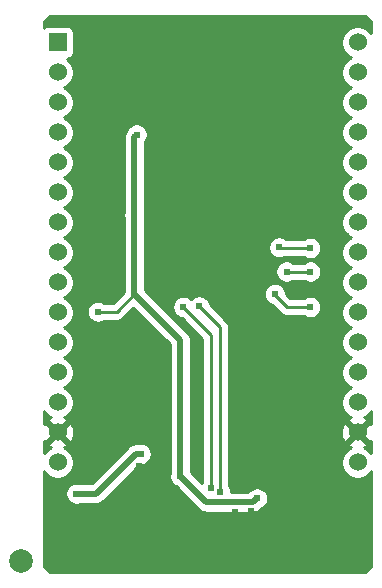
<source format=gbr>
%TF.GenerationSoftware,KiCad,Pcbnew,(5.1.9-0-10_14)*%
%TF.CreationDate,2021-05-04T15:56:22-07:00*%
%TF.ProjectId,fm-streamer,666d2d73-7472-4656-916d-65722e6b6963,rev?*%
%TF.SameCoordinates,Original*%
%TF.FileFunction,Copper,L1,Top*%
%TF.FilePolarity,Positive*%
%FSLAX46Y46*%
G04 Gerber Fmt 4.6, Leading zero omitted, Abs format (unit mm)*
G04 Created by KiCad (PCBNEW (5.1.9-0-10_14)) date 2021-05-04 15:56:22*
%MOMM*%
%LPD*%
G01*
G04 APERTURE LIST*
%TA.AperFunction,ComponentPad*%
%ADD10C,1.524000*%
%TD*%
%TA.AperFunction,ComponentPad*%
%ADD11R,1.524000X1.524000*%
%TD*%
%TA.AperFunction,ComponentPad*%
%ADD12C,2.000000*%
%TD*%
%TA.AperFunction,ViaPad*%
%ADD13C,0.609600*%
%TD*%
%TA.AperFunction,Conductor*%
%ADD14C,0.508000*%
%TD*%
%TA.AperFunction,Conductor*%
%ADD15C,0.254000*%
%TD*%
%TA.AperFunction,Conductor*%
%ADD16C,0.100000*%
%TD*%
G04 APERTURE END LIST*
D10*
%TO.P,U1,30*%
%TO.N,Net-(U1-Pad30)*%
X142400000Y-74500000D03*
%TO.P,U1,29*%
%TO.N,Net-(U1-Pad29)*%
X142400000Y-77040000D03*
%TO.P,U1,28*%
%TO.N,Net-(U1-Pad28)*%
X142400000Y-79580000D03*
%TO.P,U1,27*%
%TO.N,Net-(U1-Pad27)*%
X142400000Y-82120000D03*
%TO.P,U1,26*%
%TO.N,DAC_~RST~*%
X142400000Y-84660000D03*
%TO.P,U1,25*%
%TO.N,Net-(U1-Pad25)*%
X142400000Y-87200000D03*
%TO.P,U1,24*%
%TO.N,/I2S_DATA_R*%
X142400000Y-89740000D03*
%TO.P,U1,23*%
%TO.N,Net-(U1-Pad23)*%
X142400000Y-92280000D03*
%TO.P,U1,22*%
%TO.N,/I2S_WCLK_R*%
X142400000Y-94820000D03*
%TO.P,U1,21*%
%TO.N,/I2S_DCLK_R*%
X142400000Y-97360000D03*
%TO.P,U1,20*%
%TO.N,Net-(U1-Pad20)*%
X142400000Y-99900000D03*
%TO.P,U1,19*%
%TO.N,Net-(U1-Pad19)*%
X142400000Y-102440000D03*
%TO.P,U1,18*%
%TO.N,Net-(U1-Pad18)*%
X142400000Y-104980000D03*
%TO.P,U1,17*%
%TO.N,GND*%
X142400000Y-107520000D03*
%TO.P,U1,16*%
%TO.N,+3V3*%
X142400000Y-110060000D03*
%TO.P,U1,15*%
%TO.N,+5V*%
X117000000Y-110060000D03*
%TO.P,U1,14*%
%TO.N,GND*%
X117000000Y-107520000D03*
%TO.P,U1,13*%
%TO.N,RADIO_~RST~*%
X117000000Y-104980000D03*
%TO.P,U1,12*%
%TO.N,Net-(U1-Pad12)*%
X117000000Y-102440000D03*
%TO.P,U1,11*%
%TO.N,Net-(U1-Pad11)*%
X117000000Y-99900000D03*
%TO.P,U1,10*%
%TO.N,I2C_SCL*%
X117000000Y-97360000D03*
%TO.P,U1,9*%
%TO.N,I2C_SDA*%
X117000000Y-94820000D03*
%TO.P,U1,8*%
%TO.N,/RAD_CLK_R*%
X117000000Y-92280000D03*
%TO.P,U1,7*%
%TO.N,/SPI_MOSI_R*%
X117000000Y-89740000D03*
%TO.P,U1,6*%
%TO.N,/SPI_CLK_R*%
X117000000Y-87200000D03*
%TO.P,U1,5*%
%TO.N,/SPI_CS_R*%
X117000000Y-84660000D03*
%TO.P,U1,4*%
%TO.N,/DAC_CLK_R*%
X117000000Y-82120000D03*
%TO.P,U1,3*%
%TO.N,Net-(U1-Pad3)*%
X117000000Y-79580000D03*
%TO.P,U1,2*%
%TO.N,Net-(U1-Pad2)*%
X117000000Y-77040000D03*
D11*
%TO.P,U1,1*%
%TO.N,Net-(U1-Pad1)*%
X117000000Y-74500000D03*
%TD*%
D12*
%TO.P,TP1,1*%
%TO.N,Net-(L1-Pad1)*%
X113900000Y-118400000D03*
%TD*%
D13*
%TO.N,GND*%
X139350000Y-87900000D03*
X140400000Y-84800000D03*
X136450000Y-95350000D03*
X137350000Y-90900000D03*
X135500000Y-97350000D03*
X131900000Y-107700000D03*
X128700000Y-110100000D03*
X128200000Y-113900000D03*
X119700000Y-114000000D03*
%TO.N,+5V*%
X124050204Y-109332739D03*
X118599990Y-112700000D03*
%TO.N,GND*%
X122350000Y-84600000D03*
X122350000Y-85700000D03*
X134700000Y-84900000D03*
X116300000Y-113800000D03*
X118177500Y-118187500D03*
X118100000Y-91100000D03*
X127650000Y-93000000D03*
X141400000Y-98650000D03*
X141400000Y-96150000D03*
X141400000Y-90900000D03*
X117900000Y-80900000D03*
X117900000Y-83400000D03*
X118150000Y-85900000D03*
X118150000Y-88400000D03*
X139900000Y-78900000D03*
X133200000Y-98700000D03*
X124000000Y-107500000D03*
X127068190Y-97800000D03*
X124200000Y-118900000D03*
X135400000Y-98700000D03*
X124000000Y-98699998D03*
X135400000Y-107500000D03*
X124900000Y-110400000D03*
X123900000Y-110400000D03*
X120800567Y-110411390D03*
X122568190Y-112050000D03*
X122568190Y-108550000D03*
X131999994Y-111781748D03*
X133400000Y-114200010D03*
X133450000Y-111900000D03*
X121681810Y-96150000D03*
X121681810Y-98400000D03*
X118550000Y-106100000D03*
X137018190Y-92950000D03*
X124150000Y-114650000D03*
X119200000Y-116550000D03*
X132030296Y-114215759D03*
X131050000Y-116450000D03*
X132650000Y-110450000D03*
X129600000Y-117450000D03*
X132850000Y-118850000D03*
X135000000Y-116850000D03*
X135000000Y-115000000D03*
X135000000Y-118850000D03*
X140000000Y-118850000D03*
X140000000Y-115000000D03*
X137500000Y-118850000D03*
X137500000Y-115000000D03*
X142500000Y-115000000D03*
X142500000Y-117500000D03*
X142500000Y-112500000D03*
X132500000Y-105000000D03*
X132500000Y-95000000D03*
X132500000Y-90000000D03*
X122500000Y-90000000D03*
X122500000Y-92500000D03*
X120000000Y-72500000D03*
X125000000Y-72500000D03*
X130000000Y-72500000D03*
X135000000Y-72500000D03*
X140000000Y-72500000D03*
X120000000Y-77500000D03*
X125000000Y-77500000D03*
X130000000Y-77500000D03*
X135000000Y-77500000D03*
X140000000Y-77500000D03*
X126100000Y-117700000D03*
X124900000Y-113400000D03*
X128800000Y-105000000D03*
X118177500Y-116600000D03*
X116100000Y-115400000D03*
X116900000Y-119200000D03*
X118598600Y-114792115D03*
X119400000Y-103900000D03*
X119400000Y-100900000D03*
X119800000Y-94000000D03*
X136400000Y-111900000D03*
X137900000Y-110400000D03*
X140500000Y-101800000D03*
X140500000Y-105600000D03*
%TO.N,+3V3*%
X123499998Y-89100000D03*
X123700000Y-82300000D03*
X133881810Y-113104799D03*
X120418190Y-97300000D03*
X127400000Y-111231030D03*
%TO.N,AUDIO_R*%
X128970620Y-96829380D03*
X130751688Y-112570082D03*
%TO.N,AUDIO_L*%
X127650000Y-96900000D03*
X130022155Y-112219035D03*
%TO.N,Net-(R28-Pad1)*%
X138400000Y-96900000D03*
X135400000Y-95800000D03*
%TO.N,Net-(R29-Pad1)*%
X138400000Y-91900000D03*
X135768190Y-91842842D03*
%TO.N,Net-(R30-Pad1)*%
X138400000Y-93900000D03*
X136386380Y-93900000D03*
%TD*%
D14*
%TO.N,+5V*%
X120251891Y-112700000D02*
X118599990Y-112700000D01*
X124050204Y-109332739D02*
X123619152Y-109332739D01*
X123619152Y-109332739D02*
X120251891Y-112700000D01*
%TO.N,+3V3*%
X123499998Y-82500002D02*
X123700000Y-82300000D01*
X123499998Y-89100000D02*
X123499998Y-82500002D01*
X123499998Y-89531052D02*
X123499998Y-89100000D01*
X123499998Y-95799998D02*
X123499998Y-89531052D01*
D15*
X123499998Y-95799998D02*
X121999996Y-97300000D01*
X121999996Y-97300000D02*
X120418190Y-97300000D01*
D14*
X123499998Y-95799998D02*
X127400000Y-99700000D01*
X133881810Y-113104799D02*
X133577011Y-113409598D01*
X127400000Y-99700000D02*
X127400000Y-111231030D01*
X133577011Y-113409598D02*
X129578568Y-113409598D01*
X129578568Y-113409598D02*
X127400000Y-111231030D01*
D15*
%TO.N,AUDIO_R*%
X128970620Y-96829380D02*
X130751688Y-98610448D01*
X130751688Y-98610448D02*
X130751688Y-112570082D01*
%TO.N,AUDIO_L*%
X130022155Y-99272155D02*
X130022155Y-112219035D01*
X127650000Y-96900000D02*
X130022155Y-99272155D01*
%TO.N,Net-(R28-Pad1)*%
X138400000Y-96900000D02*
X136400000Y-96900000D01*
X135400000Y-95900000D02*
X135400000Y-95800000D01*
X136400000Y-96900000D02*
X135400000Y-95900000D01*
%TO.N,Net-(R29-Pad1)*%
X135825348Y-91900000D02*
X135768190Y-91842842D01*
X138400000Y-91900000D02*
X135825348Y-91900000D01*
%TO.N,Net-(R30-Pad1)*%
X138400000Y-93900000D02*
X136386380Y-93900000D01*
%TD*%
%TO.N,GND*%
X142870189Y-72244376D02*
X143033850Y-72294022D01*
X143184672Y-72374638D01*
X143316870Y-72483130D01*
X143425362Y-72615328D01*
X143505978Y-72766150D01*
X143555624Y-72929811D01*
X143573000Y-73106234D01*
X143573000Y-73740986D01*
X143485120Y-73609465D01*
X143290535Y-73414880D01*
X143061727Y-73261995D01*
X142807490Y-73156686D01*
X142537592Y-73103000D01*
X142262408Y-73103000D01*
X141992510Y-73156686D01*
X141738273Y-73261995D01*
X141509465Y-73414880D01*
X141314880Y-73609465D01*
X141161995Y-73838273D01*
X141056686Y-74092510D01*
X141003000Y-74362408D01*
X141003000Y-74637592D01*
X141056686Y-74907490D01*
X141161995Y-75161727D01*
X141314880Y-75390535D01*
X141509465Y-75585120D01*
X141738273Y-75738005D01*
X141815515Y-75770000D01*
X141738273Y-75801995D01*
X141509465Y-75954880D01*
X141314880Y-76149465D01*
X141161995Y-76378273D01*
X141056686Y-76632510D01*
X141003000Y-76902408D01*
X141003000Y-77177592D01*
X141056686Y-77447490D01*
X141161995Y-77701727D01*
X141314880Y-77930535D01*
X141509465Y-78125120D01*
X141738273Y-78278005D01*
X141815515Y-78310000D01*
X141738273Y-78341995D01*
X141509465Y-78494880D01*
X141314880Y-78689465D01*
X141161995Y-78918273D01*
X141056686Y-79172510D01*
X141003000Y-79442408D01*
X141003000Y-79717592D01*
X141056686Y-79987490D01*
X141161995Y-80241727D01*
X141314880Y-80470535D01*
X141509465Y-80665120D01*
X141738273Y-80818005D01*
X141815515Y-80850000D01*
X141738273Y-80881995D01*
X141509465Y-81034880D01*
X141314880Y-81229465D01*
X141161995Y-81458273D01*
X141056686Y-81712510D01*
X141003000Y-81982408D01*
X141003000Y-82257592D01*
X141056686Y-82527490D01*
X141161995Y-82781727D01*
X141314880Y-83010535D01*
X141509465Y-83205120D01*
X141738273Y-83358005D01*
X141815515Y-83390000D01*
X141738273Y-83421995D01*
X141509465Y-83574880D01*
X141314880Y-83769465D01*
X141161995Y-83998273D01*
X141056686Y-84252510D01*
X141003000Y-84522408D01*
X141003000Y-84797592D01*
X141056686Y-85067490D01*
X141161995Y-85321727D01*
X141314880Y-85550535D01*
X141509465Y-85745120D01*
X141738273Y-85898005D01*
X141815515Y-85930000D01*
X141738273Y-85961995D01*
X141509465Y-86114880D01*
X141314880Y-86309465D01*
X141161995Y-86538273D01*
X141056686Y-86792510D01*
X141003000Y-87062408D01*
X141003000Y-87337592D01*
X141056686Y-87607490D01*
X141161995Y-87861727D01*
X141314880Y-88090535D01*
X141509465Y-88285120D01*
X141738273Y-88438005D01*
X141815515Y-88470000D01*
X141738273Y-88501995D01*
X141509465Y-88654880D01*
X141314880Y-88849465D01*
X141161995Y-89078273D01*
X141056686Y-89332510D01*
X141003000Y-89602408D01*
X141003000Y-89877592D01*
X141056686Y-90147490D01*
X141161995Y-90401727D01*
X141314880Y-90630535D01*
X141509465Y-90825120D01*
X141738273Y-90978005D01*
X141815515Y-91010000D01*
X141738273Y-91041995D01*
X141509465Y-91194880D01*
X141314880Y-91389465D01*
X141161995Y-91618273D01*
X141056686Y-91872510D01*
X141003000Y-92142408D01*
X141003000Y-92417592D01*
X141056686Y-92687490D01*
X141161995Y-92941727D01*
X141314880Y-93170535D01*
X141509465Y-93365120D01*
X141738273Y-93518005D01*
X141815515Y-93550000D01*
X141738273Y-93581995D01*
X141509465Y-93734880D01*
X141314880Y-93929465D01*
X141161995Y-94158273D01*
X141056686Y-94412510D01*
X141003000Y-94682408D01*
X141003000Y-94957592D01*
X141056686Y-95227490D01*
X141161995Y-95481727D01*
X141314880Y-95710535D01*
X141509465Y-95905120D01*
X141738273Y-96058005D01*
X141815515Y-96090000D01*
X141738273Y-96121995D01*
X141509465Y-96274880D01*
X141314880Y-96469465D01*
X141161995Y-96698273D01*
X141056686Y-96952510D01*
X141003000Y-97222408D01*
X141003000Y-97497592D01*
X141056686Y-97767490D01*
X141161995Y-98021727D01*
X141314880Y-98250535D01*
X141509465Y-98445120D01*
X141738273Y-98598005D01*
X141815515Y-98630000D01*
X141738273Y-98661995D01*
X141509465Y-98814880D01*
X141314880Y-99009465D01*
X141161995Y-99238273D01*
X141056686Y-99492510D01*
X141003000Y-99762408D01*
X141003000Y-100037592D01*
X141056686Y-100307490D01*
X141161995Y-100561727D01*
X141314880Y-100790535D01*
X141509465Y-100985120D01*
X141738273Y-101138005D01*
X141815515Y-101170000D01*
X141738273Y-101201995D01*
X141509465Y-101354880D01*
X141314880Y-101549465D01*
X141161995Y-101778273D01*
X141056686Y-102032510D01*
X141003000Y-102302408D01*
X141003000Y-102577592D01*
X141056686Y-102847490D01*
X141161995Y-103101727D01*
X141314880Y-103330535D01*
X141509465Y-103525120D01*
X141738273Y-103678005D01*
X141815515Y-103710000D01*
X141738273Y-103741995D01*
X141509465Y-103894880D01*
X141314880Y-104089465D01*
X141161995Y-104318273D01*
X141056686Y-104572510D01*
X141003000Y-104842408D01*
X141003000Y-105117592D01*
X141056686Y-105387490D01*
X141161995Y-105641727D01*
X141314880Y-105870535D01*
X141509465Y-106065120D01*
X141738273Y-106218005D01*
X141809943Y-106247692D01*
X141796977Y-106252364D01*
X141681020Y-106314344D01*
X141614040Y-106554435D01*
X142400000Y-107340395D01*
X143185960Y-106554435D01*
X143118980Y-106314344D01*
X142983240Y-106250515D01*
X143061727Y-106218005D01*
X143290535Y-106065120D01*
X143485120Y-105870535D01*
X143573000Y-105739014D01*
X143573000Y-106791910D01*
X143365565Y-106734040D01*
X142579605Y-107520000D01*
X143365565Y-108305960D01*
X143573000Y-108248090D01*
X143573000Y-109300986D01*
X143485120Y-109169465D01*
X143290535Y-108974880D01*
X143061727Y-108821995D01*
X142990057Y-108792308D01*
X143003023Y-108787636D01*
X143118980Y-108725656D01*
X143185960Y-108485565D01*
X142400000Y-107699605D01*
X141614040Y-108485565D01*
X141681020Y-108725656D01*
X141816760Y-108789485D01*
X141738273Y-108821995D01*
X141509465Y-108974880D01*
X141314880Y-109169465D01*
X141161995Y-109398273D01*
X141056686Y-109652510D01*
X141003000Y-109922408D01*
X141003000Y-110197592D01*
X141056686Y-110467490D01*
X141161995Y-110721727D01*
X141314880Y-110950535D01*
X141509465Y-111145120D01*
X141738273Y-111298005D01*
X141992510Y-111403314D01*
X142262408Y-111457000D01*
X142537592Y-111457000D01*
X142807490Y-111403314D01*
X143061727Y-111298005D01*
X143290535Y-111145120D01*
X143485120Y-110950535D01*
X143573000Y-110819014D01*
X143573000Y-118493766D01*
X143555624Y-118670189D01*
X143505978Y-118833850D01*
X143425362Y-118984672D01*
X143316870Y-119116870D01*
X143184672Y-119225362D01*
X143033850Y-119305978D01*
X142921694Y-119340000D01*
X116478306Y-119340000D01*
X116366150Y-119305978D01*
X116215328Y-119225362D01*
X116083130Y-119116870D01*
X115974638Y-118984672D01*
X115894022Y-118833850D01*
X115844376Y-118670189D01*
X115827000Y-118493766D01*
X115827000Y-112607438D01*
X117660190Y-112607438D01*
X117660190Y-112792562D01*
X117696306Y-112974129D01*
X117767150Y-113145162D01*
X117870000Y-113299087D01*
X118000903Y-113429990D01*
X118154828Y-113532840D01*
X118325861Y-113603684D01*
X118507428Y-113639800D01*
X118692552Y-113639800D01*
X118874119Y-113603684D01*
X118909569Y-113589000D01*
X120208231Y-113589000D01*
X120251891Y-113593300D01*
X120295551Y-113589000D01*
X120295558Y-113589000D01*
X120426165Y-113576136D01*
X120593742Y-113525303D01*
X120748182Y-113442753D01*
X120883550Y-113331659D01*
X120911390Y-113297736D01*
X123940081Y-110269046D01*
X123957642Y-110272539D01*
X124142766Y-110272539D01*
X124324333Y-110236423D01*
X124495366Y-110165579D01*
X124649291Y-110062729D01*
X124780194Y-109931826D01*
X124883044Y-109777901D01*
X124953888Y-109606868D01*
X124990004Y-109425301D01*
X124990004Y-109240177D01*
X124953888Y-109058610D01*
X124883044Y-108887577D01*
X124780194Y-108733652D01*
X124649291Y-108602749D01*
X124495366Y-108499899D01*
X124324333Y-108429055D01*
X124142766Y-108392939D01*
X123957642Y-108392939D01*
X123776075Y-108429055D01*
X123740625Y-108443739D01*
X123662811Y-108443739D01*
X123619151Y-108439439D01*
X123575491Y-108443739D01*
X123575485Y-108443739D01*
X123478076Y-108453333D01*
X123444876Y-108456603D01*
X123349401Y-108485565D01*
X123277301Y-108507436D01*
X123122861Y-108589986D01*
X122987493Y-108701080D01*
X122959658Y-108734997D01*
X119883656Y-111811000D01*
X118909569Y-111811000D01*
X118874119Y-111796316D01*
X118692552Y-111760200D01*
X118507428Y-111760200D01*
X118325861Y-111796316D01*
X118154828Y-111867160D01*
X118000903Y-111970010D01*
X117870000Y-112100913D01*
X117767150Y-112254838D01*
X117696306Y-112425871D01*
X117660190Y-112607438D01*
X115827000Y-112607438D01*
X115827000Y-110819014D01*
X115914880Y-110950535D01*
X116109465Y-111145120D01*
X116338273Y-111298005D01*
X116592510Y-111403314D01*
X116862408Y-111457000D01*
X117137592Y-111457000D01*
X117407490Y-111403314D01*
X117661727Y-111298005D01*
X117890535Y-111145120D01*
X118085120Y-110950535D01*
X118238005Y-110721727D01*
X118343314Y-110467490D01*
X118397000Y-110197592D01*
X118397000Y-109922408D01*
X118343314Y-109652510D01*
X118238005Y-109398273D01*
X118085120Y-109169465D01*
X117890535Y-108974880D01*
X117661727Y-108821995D01*
X117590057Y-108792308D01*
X117603023Y-108787636D01*
X117718980Y-108725656D01*
X117785960Y-108485565D01*
X117000000Y-107699605D01*
X116214040Y-108485565D01*
X116281020Y-108725656D01*
X116416760Y-108789485D01*
X116338273Y-108821995D01*
X116109465Y-108974880D01*
X115914880Y-109169465D01*
X115827000Y-109300986D01*
X115827000Y-108248090D01*
X116034435Y-108305960D01*
X116820395Y-107520000D01*
X117179605Y-107520000D01*
X117965565Y-108305960D01*
X118205656Y-108238980D01*
X118322756Y-107989952D01*
X118389023Y-107722865D01*
X118401910Y-107447983D01*
X118360922Y-107175867D01*
X118267636Y-106916977D01*
X118205656Y-106801020D01*
X117965565Y-106734040D01*
X117179605Y-107520000D01*
X116820395Y-107520000D01*
X116034435Y-106734040D01*
X115827000Y-106791910D01*
X115827000Y-105739014D01*
X115914880Y-105870535D01*
X116109465Y-106065120D01*
X116338273Y-106218005D01*
X116409943Y-106247692D01*
X116396977Y-106252364D01*
X116281020Y-106314344D01*
X116214040Y-106554435D01*
X117000000Y-107340395D01*
X117785960Y-106554435D01*
X117718980Y-106314344D01*
X117583240Y-106250515D01*
X117661727Y-106218005D01*
X117890535Y-106065120D01*
X118085120Y-105870535D01*
X118238005Y-105641727D01*
X118343314Y-105387490D01*
X118397000Y-105117592D01*
X118397000Y-104842408D01*
X118343314Y-104572510D01*
X118238005Y-104318273D01*
X118085120Y-104089465D01*
X117890535Y-103894880D01*
X117661727Y-103741995D01*
X117584485Y-103710000D01*
X117661727Y-103678005D01*
X117890535Y-103525120D01*
X118085120Y-103330535D01*
X118238005Y-103101727D01*
X118343314Y-102847490D01*
X118397000Y-102577592D01*
X118397000Y-102302408D01*
X118343314Y-102032510D01*
X118238005Y-101778273D01*
X118085120Y-101549465D01*
X117890535Y-101354880D01*
X117661727Y-101201995D01*
X117584485Y-101170000D01*
X117661727Y-101138005D01*
X117890535Y-100985120D01*
X118085120Y-100790535D01*
X118238005Y-100561727D01*
X118343314Y-100307490D01*
X118397000Y-100037592D01*
X118397000Y-99762408D01*
X118343314Y-99492510D01*
X118238005Y-99238273D01*
X118085120Y-99009465D01*
X117890535Y-98814880D01*
X117661727Y-98661995D01*
X117584485Y-98630000D01*
X117661727Y-98598005D01*
X117890535Y-98445120D01*
X118085120Y-98250535D01*
X118238005Y-98021727D01*
X118343314Y-97767490D01*
X118397000Y-97497592D01*
X118397000Y-97222408D01*
X118394023Y-97207438D01*
X119478390Y-97207438D01*
X119478390Y-97392562D01*
X119514506Y-97574129D01*
X119585350Y-97745162D01*
X119688200Y-97899087D01*
X119819103Y-98029990D01*
X119973028Y-98132840D01*
X120144061Y-98203684D01*
X120325628Y-98239800D01*
X120510752Y-98239800D01*
X120692319Y-98203684D01*
X120863352Y-98132840D01*
X120969371Y-98062000D01*
X121962573Y-98062000D01*
X121999996Y-98065686D01*
X122037419Y-98062000D01*
X122037422Y-98062000D01*
X122149374Y-98050974D01*
X122293011Y-98007402D01*
X122425388Y-97936645D01*
X122541418Y-97841422D01*
X122565280Y-97812346D01*
X123410196Y-96967431D01*
X126511000Y-100068236D01*
X126511001Y-110921448D01*
X126496316Y-110956901D01*
X126460200Y-111138468D01*
X126460200Y-111323592D01*
X126496316Y-111505159D01*
X126567160Y-111676192D01*
X126670010Y-111830117D01*
X126800913Y-111961020D01*
X126954838Y-112063870D01*
X126990289Y-112078554D01*
X128919069Y-114007334D01*
X128946909Y-114041257D01*
X129082277Y-114152351D01*
X129236717Y-114234901D01*
X129302626Y-114254894D01*
X129404292Y-114285734D01*
X129437492Y-114289004D01*
X129534901Y-114298598D01*
X129534907Y-114298598D01*
X129578567Y-114302898D01*
X129622227Y-114298598D01*
X133533351Y-114298598D01*
X133577011Y-114302898D01*
X133620671Y-114298598D01*
X133620678Y-114298598D01*
X133751285Y-114285734D01*
X133918862Y-114234901D01*
X134073302Y-114152351D01*
X134208670Y-114041257D01*
X134236510Y-114007334D01*
X134291521Y-113952323D01*
X134326972Y-113937639D01*
X134480897Y-113834789D01*
X134611800Y-113703886D01*
X134714650Y-113549961D01*
X134785494Y-113378928D01*
X134821610Y-113197361D01*
X134821610Y-113012237D01*
X134785494Y-112830670D01*
X134714650Y-112659637D01*
X134611800Y-112505712D01*
X134480897Y-112374809D01*
X134326972Y-112271959D01*
X134155939Y-112201115D01*
X133974372Y-112164999D01*
X133789248Y-112164999D01*
X133607681Y-112201115D01*
X133436648Y-112271959D01*
X133282723Y-112374809D01*
X133151820Y-112505712D01*
X133141873Y-112520598D01*
X131691488Y-112520598D01*
X131691488Y-112477520D01*
X131655372Y-112295953D01*
X131584528Y-112124920D01*
X131513688Y-112018901D01*
X131513688Y-107592017D01*
X140998090Y-107592017D01*
X141039078Y-107864133D01*
X141132364Y-108123023D01*
X141194344Y-108238980D01*
X141434435Y-108305960D01*
X142220395Y-107520000D01*
X141434435Y-106734040D01*
X141194344Y-106801020D01*
X141077244Y-107050048D01*
X141010977Y-107317135D01*
X140998090Y-107592017D01*
X131513688Y-107592017D01*
X131513688Y-98647871D01*
X131517374Y-98610448D01*
X131513688Y-98573022D01*
X131502662Y-98461070D01*
X131459090Y-98317433D01*
X131388334Y-98185057D01*
X131388333Y-98185055D01*
X131353545Y-98142667D01*
X131293110Y-98069026D01*
X131264035Y-98045165D01*
X129899180Y-96680310D01*
X129874304Y-96555251D01*
X129803460Y-96384218D01*
X129700610Y-96230293D01*
X129569707Y-96099390D01*
X129415782Y-95996540D01*
X129244749Y-95925696D01*
X129063182Y-95889580D01*
X128878058Y-95889580D01*
X128696491Y-95925696D01*
X128525458Y-95996540D01*
X128371533Y-96099390D01*
X128275000Y-96195923D01*
X128249087Y-96170010D01*
X128095162Y-96067160D01*
X127924129Y-95996316D01*
X127742562Y-95960200D01*
X127557438Y-95960200D01*
X127375871Y-95996316D01*
X127204838Y-96067160D01*
X127050913Y-96170010D01*
X126920010Y-96300913D01*
X126817160Y-96454838D01*
X126746316Y-96625871D01*
X126710200Y-96807438D01*
X126710200Y-96992562D01*
X126746316Y-97174129D01*
X126817160Y-97345162D01*
X126920010Y-97499087D01*
X127050913Y-97629990D01*
X127204838Y-97732840D01*
X127375871Y-97803684D01*
X127500930Y-97828560D01*
X129260155Y-99587786D01*
X129260156Y-111667853D01*
X129193626Y-111767421D01*
X128289000Y-110862795D01*
X128289000Y-99743660D01*
X128293300Y-99700000D01*
X128289000Y-99656340D01*
X128289000Y-99656333D01*
X128276136Y-99525726D01*
X128225303Y-99358149D01*
X128142753Y-99203709D01*
X128031659Y-99068341D01*
X127997743Y-99040507D01*
X124664674Y-95707438D01*
X134460200Y-95707438D01*
X134460200Y-95892562D01*
X134496316Y-96074129D01*
X134567160Y-96245162D01*
X134670010Y-96399087D01*
X134800913Y-96529990D01*
X134954838Y-96632840D01*
X135125871Y-96703684D01*
X135126099Y-96703729D01*
X135834716Y-97412346D01*
X135858578Y-97441422D01*
X135927022Y-97497592D01*
X135974607Y-97536645D01*
X136017123Y-97559370D01*
X136106985Y-97607402D01*
X136250622Y-97650974D01*
X136362574Y-97662000D01*
X136362577Y-97662000D01*
X136400000Y-97665686D01*
X136437423Y-97662000D01*
X137848819Y-97662000D01*
X137954838Y-97732840D01*
X138125871Y-97803684D01*
X138307438Y-97839800D01*
X138492562Y-97839800D01*
X138674129Y-97803684D01*
X138845162Y-97732840D01*
X138999087Y-97629990D01*
X139129990Y-97499087D01*
X139232840Y-97345162D01*
X139303684Y-97174129D01*
X139339800Y-96992562D01*
X139339800Y-96807438D01*
X139303684Y-96625871D01*
X139232840Y-96454838D01*
X139129990Y-96300913D01*
X138999087Y-96170010D01*
X138845162Y-96067160D01*
X138674129Y-95996316D01*
X138492562Y-95960200D01*
X138307438Y-95960200D01*
X138125871Y-95996316D01*
X137954838Y-96067160D01*
X137848819Y-96138000D01*
X136715630Y-96138000D01*
X136339800Y-95762170D01*
X136339800Y-95707438D01*
X136303684Y-95525871D01*
X136232840Y-95354838D01*
X136129990Y-95200913D01*
X135999087Y-95070010D01*
X135845162Y-94967160D01*
X135674129Y-94896316D01*
X135492562Y-94860200D01*
X135307438Y-94860200D01*
X135125871Y-94896316D01*
X134954838Y-94967160D01*
X134800913Y-95070010D01*
X134670010Y-95200913D01*
X134567160Y-95354838D01*
X134496316Y-95525871D01*
X134460200Y-95707438D01*
X124664674Y-95707438D01*
X124388998Y-95431763D01*
X124388998Y-93807438D01*
X135446580Y-93807438D01*
X135446580Y-93992562D01*
X135482696Y-94174129D01*
X135553540Y-94345162D01*
X135656390Y-94499087D01*
X135787293Y-94629990D01*
X135941218Y-94732840D01*
X136112251Y-94803684D01*
X136293818Y-94839800D01*
X136478942Y-94839800D01*
X136660509Y-94803684D01*
X136831542Y-94732840D01*
X136937561Y-94662000D01*
X137848819Y-94662000D01*
X137954838Y-94732840D01*
X138125871Y-94803684D01*
X138307438Y-94839800D01*
X138492562Y-94839800D01*
X138674129Y-94803684D01*
X138845162Y-94732840D01*
X138999087Y-94629990D01*
X139129990Y-94499087D01*
X139232840Y-94345162D01*
X139303684Y-94174129D01*
X139339800Y-93992562D01*
X139339800Y-93807438D01*
X139303684Y-93625871D01*
X139232840Y-93454838D01*
X139129990Y-93300913D01*
X138999087Y-93170010D01*
X138845162Y-93067160D01*
X138674129Y-92996316D01*
X138492562Y-92960200D01*
X138307438Y-92960200D01*
X138125871Y-92996316D01*
X137954838Y-93067160D01*
X137848819Y-93138000D01*
X136937561Y-93138000D01*
X136831542Y-93067160D01*
X136660509Y-92996316D01*
X136478942Y-92960200D01*
X136293818Y-92960200D01*
X136112251Y-92996316D01*
X135941218Y-93067160D01*
X135787293Y-93170010D01*
X135656390Y-93300913D01*
X135553540Y-93454838D01*
X135482696Y-93625871D01*
X135446580Y-93807438D01*
X124388998Y-93807438D01*
X124388998Y-91750280D01*
X134828390Y-91750280D01*
X134828390Y-91935404D01*
X134864506Y-92116971D01*
X134935350Y-92288004D01*
X135038200Y-92441929D01*
X135169103Y-92572832D01*
X135323028Y-92675682D01*
X135494061Y-92746526D01*
X135675628Y-92782642D01*
X135860752Y-92782642D01*
X136042319Y-92746526D01*
X136213352Y-92675682D01*
X136233828Y-92662000D01*
X137848819Y-92662000D01*
X137954838Y-92732840D01*
X138125871Y-92803684D01*
X138307438Y-92839800D01*
X138492562Y-92839800D01*
X138674129Y-92803684D01*
X138845162Y-92732840D01*
X138999087Y-92629990D01*
X139129990Y-92499087D01*
X139232840Y-92345162D01*
X139303684Y-92174129D01*
X139339800Y-91992562D01*
X139339800Y-91807438D01*
X139303684Y-91625871D01*
X139232840Y-91454838D01*
X139129990Y-91300913D01*
X138999087Y-91170010D01*
X138845162Y-91067160D01*
X138674129Y-90996316D01*
X138492562Y-90960200D01*
X138307438Y-90960200D01*
X138125871Y-90996316D01*
X137954838Y-91067160D01*
X137848819Y-91138000D01*
X136392425Y-91138000D01*
X136367277Y-91112852D01*
X136213352Y-91010002D01*
X136042319Y-90939158D01*
X135860752Y-90903042D01*
X135675628Y-90903042D01*
X135494061Y-90939158D01*
X135323028Y-91010002D01*
X135169103Y-91112852D01*
X135038200Y-91243755D01*
X134935350Y-91397680D01*
X134864506Y-91568713D01*
X134828390Y-91750280D01*
X124388998Y-91750280D01*
X124388998Y-89409579D01*
X124403682Y-89374129D01*
X124439798Y-89192562D01*
X124439798Y-89007438D01*
X124403682Y-88825871D01*
X124388998Y-88790421D01*
X124388998Y-82940079D01*
X124429990Y-82899087D01*
X124532840Y-82745162D01*
X124603684Y-82574129D01*
X124639800Y-82392562D01*
X124639800Y-82207438D01*
X124603684Y-82025871D01*
X124532840Y-81854838D01*
X124429990Y-81700913D01*
X124299087Y-81570010D01*
X124145162Y-81467160D01*
X123974129Y-81396316D01*
X123792562Y-81360200D01*
X123607438Y-81360200D01*
X123425871Y-81396316D01*
X123254838Y-81467160D01*
X123100913Y-81570010D01*
X122970010Y-81700913D01*
X122867160Y-81854838D01*
X122854663Y-81885008D01*
X122840505Y-81902260D01*
X122840503Y-81902262D01*
X122757246Y-82003711D01*
X122674696Y-82158150D01*
X122623862Y-82325728D01*
X122606698Y-82500002D01*
X122610999Y-82543672D01*
X122610998Y-88790420D01*
X122596314Y-88825871D01*
X122560198Y-89007438D01*
X122560198Y-89192562D01*
X122596314Y-89374129D01*
X122610998Y-89409579D01*
X122610998Y-89574718D01*
X122610999Y-89574728D01*
X122610998Y-95611367D01*
X121684366Y-96538000D01*
X120969371Y-96538000D01*
X120863352Y-96467160D01*
X120692319Y-96396316D01*
X120510752Y-96360200D01*
X120325628Y-96360200D01*
X120144061Y-96396316D01*
X119973028Y-96467160D01*
X119819103Y-96570010D01*
X119688200Y-96700913D01*
X119585350Y-96854838D01*
X119514506Y-97025871D01*
X119478390Y-97207438D01*
X118394023Y-97207438D01*
X118343314Y-96952510D01*
X118238005Y-96698273D01*
X118085120Y-96469465D01*
X117890535Y-96274880D01*
X117661727Y-96121995D01*
X117584485Y-96090000D01*
X117661727Y-96058005D01*
X117890535Y-95905120D01*
X118085120Y-95710535D01*
X118238005Y-95481727D01*
X118343314Y-95227490D01*
X118397000Y-94957592D01*
X118397000Y-94682408D01*
X118343314Y-94412510D01*
X118238005Y-94158273D01*
X118085120Y-93929465D01*
X117890535Y-93734880D01*
X117661727Y-93581995D01*
X117584485Y-93550000D01*
X117661727Y-93518005D01*
X117890535Y-93365120D01*
X118085120Y-93170535D01*
X118238005Y-92941727D01*
X118343314Y-92687490D01*
X118397000Y-92417592D01*
X118397000Y-92142408D01*
X118343314Y-91872510D01*
X118238005Y-91618273D01*
X118085120Y-91389465D01*
X117890535Y-91194880D01*
X117661727Y-91041995D01*
X117584485Y-91010000D01*
X117661727Y-90978005D01*
X117890535Y-90825120D01*
X118085120Y-90630535D01*
X118238005Y-90401727D01*
X118343314Y-90147490D01*
X118397000Y-89877592D01*
X118397000Y-89602408D01*
X118343314Y-89332510D01*
X118238005Y-89078273D01*
X118085120Y-88849465D01*
X117890535Y-88654880D01*
X117661727Y-88501995D01*
X117584485Y-88470000D01*
X117661727Y-88438005D01*
X117890535Y-88285120D01*
X118085120Y-88090535D01*
X118238005Y-87861727D01*
X118343314Y-87607490D01*
X118397000Y-87337592D01*
X118397000Y-87062408D01*
X118343314Y-86792510D01*
X118238005Y-86538273D01*
X118085120Y-86309465D01*
X117890535Y-86114880D01*
X117661727Y-85961995D01*
X117584485Y-85930000D01*
X117661727Y-85898005D01*
X117890535Y-85745120D01*
X118085120Y-85550535D01*
X118238005Y-85321727D01*
X118343314Y-85067490D01*
X118397000Y-84797592D01*
X118397000Y-84522408D01*
X118343314Y-84252510D01*
X118238005Y-83998273D01*
X118085120Y-83769465D01*
X117890535Y-83574880D01*
X117661727Y-83421995D01*
X117584485Y-83390000D01*
X117661727Y-83358005D01*
X117890535Y-83205120D01*
X118085120Y-83010535D01*
X118238005Y-82781727D01*
X118343314Y-82527490D01*
X118397000Y-82257592D01*
X118397000Y-81982408D01*
X118343314Y-81712510D01*
X118238005Y-81458273D01*
X118085120Y-81229465D01*
X117890535Y-81034880D01*
X117661727Y-80881995D01*
X117584485Y-80850000D01*
X117661727Y-80818005D01*
X117890535Y-80665120D01*
X118085120Y-80470535D01*
X118238005Y-80241727D01*
X118343314Y-79987490D01*
X118397000Y-79717592D01*
X118397000Y-79442408D01*
X118343314Y-79172510D01*
X118238005Y-78918273D01*
X118085120Y-78689465D01*
X117890535Y-78494880D01*
X117661727Y-78341995D01*
X117584485Y-78310000D01*
X117661727Y-78278005D01*
X117890535Y-78125120D01*
X118085120Y-77930535D01*
X118238005Y-77701727D01*
X118343314Y-77447490D01*
X118397000Y-77177592D01*
X118397000Y-76902408D01*
X118343314Y-76632510D01*
X118238005Y-76378273D01*
X118085120Y-76149465D01*
X117890535Y-75954880D01*
X117802535Y-75896080D01*
X117886482Y-75887812D01*
X118006180Y-75851502D01*
X118116494Y-75792537D01*
X118213185Y-75713185D01*
X118292537Y-75616494D01*
X118351502Y-75506180D01*
X118387812Y-75386482D01*
X118400072Y-75262000D01*
X118400072Y-73738000D01*
X118387812Y-73613518D01*
X118351502Y-73493820D01*
X118292537Y-73383506D01*
X118213185Y-73286815D01*
X118116494Y-73207463D01*
X118006180Y-73148498D01*
X117886482Y-73112188D01*
X117762000Y-73099928D01*
X116238000Y-73099928D01*
X116113518Y-73112188D01*
X115993820Y-73148498D01*
X115883506Y-73207463D01*
X115827000Y-73253836D01*
X115827000Y-73106234D01*
X115844376Y-72929811D01*
X115894022Y-72766150D01*
X115974638Y-72615328D01*
X116083130Y-72483130D01*
X116215328Y-72374638D01*
X116366150Y-72294022D01*
X116529811Y-72244376D01*
X116706234Y-72227000D01*
X142693766Y-72227000D01*
X142870189Y-72244376D01*
%TA.AperFunction,Conductor*%
D16*
G36*
X142870189Y-72244376D02*
G01*
X143033850Y-72294022D01*
X143184672Y-72374638D01*
X143316870Y-72483130D01*
X143425362Y-72615328D01*
X143505978Y-72766150D01*
X143555624Y-72929811D01*
X143573000Y-73106234D01*
X143573000Y-73740986D01*
X143485120Y-73609465D01*
X143290535Y-73414880D01*
X143061727Y-73261995D01*
X142807490Y-73156686D01*
X142537592Y-73103000D01*
X142262408Y-73103000D01*
X141992510Y-73156686D01*
X141738273Y-73261995D01*
X141509465Y-73414880D01*
X141314880Y-73609465D01*
X141161995Y-73838273D01*
X141056686Y-74092510D01*
X141003000Y-74362408D01*
X141003000Y-74637592D01*
X141056686Y-74907490D01*
X141161995Y-75161727D01*
X141314880Y-75390535D01*
X141509465Y-75585120D01*
X141738273Y-75738005D01*
X141815515Y-75770000D01*
X141738273Y-75801995D01*
X141509465Y-75954880D01*
X141314880Y-76149465D01*
X141161995Y-76378273D01*
X141056686Y-76632510D01*
X141003000Y-76902408D01*
X141003000Y-77177592D01*
X141056686Y-77447490D01*
X141161995Y-77701727D01*
X141314880Y-77930535D01*
X141509465Y-78125120D01*
X141738273Y-78278005D01*
X141815515Y-78310000D01*
X141738273Y-78341995D01*
X141509465Y-78494880D01*
X141314880Y-78689465D01*
X141161995Y-78918273D01*
X141056686Y-79172510D01*
X141003000Y-79442408D01*
X141003000Y-79717592D01*
X141056686Y-79987490D01*
X141161995Y-80241727D01*
X141314880Y-80470535D01*
X141509465Y-80665120D01*
X141738273Y-80818005D01*
X141815515Y-80850000D01*
X141738273Y-80881995D01*
X141509465Y-81034880D01*
X141314880Y-81229465D01*
X141161995Y-81458273D01*
X141056686Y-81712510D01*
X141003000Y-81982408D01*
X141003000Y-82257592D01*
X141056686Y-82527490D01*
X141161995Y-82781727D01*
X141314880Y-83010535D01*
X141509465Y-83205120D01*
X141738273Y-83358005D01*
X141815515Y-83390000D01*
X141738273Y-83421995D01*
X141509465Y-83574880D01*
X141314880Y-83769465D01*
X141161995Y-83998273D01*
X141056686Y-84252510D01*
X141003000Y-84522408D01*
X141003000Y-84797592D01*
X141056686Y-85067490D01*
X141161995Y-85321727D01*
X141314880Y-85550535D01*
X141509465Y-85745120D01*
X141738273Y-85898005D01*
X141815515Y-85930000D01*
X141738273Y-85961995D01*
X141509465Y-86114880D01*
X141314880Y-86309465D01*
X141161995Y-86538273D01*
X141056686Y-86792510D01*
X141003000Y-87062408D01*
X141003000Y-87337592D01*
X141056686Y-87607490D01*
X141161995Y-87861727D01*
X141314880Y-88090535D01*
X141509465Y-88285120D01*
X141738273Y-88438005D01*
X141815515Y-88470000D01*
X141738273Y-88501995D01*
X141509465Y-88654880D01*
X141314880Y-88849465D01*
X141161995Y-89078273D01*
X141056686Y-89332510D01*
X141003000Y-89602408D01*
X141003000Y-89877592D01*
X141056686Y-90147490D01*
X141161995Y-90401727D01*
X141314880Y-90630535D01*
X141509465Y-90825120D01*
X141738273Y-90978005D01*
X141815515Y-91010000D01*
X141738273Y-91041995D01*
X141509465Y-91194880D01*
X141314880Y-91389465D01*
X141161995Y-91618273D01*
X141056686Y-91872510D01*
X141003000Y-92142408D01*
X141003000Y-92417592D01*
X141056686Y-92687490D01*
X141161995Y-92941727D01*
X141314880Y-93170535D01*
X141509465Y-93365120D01*
X141738273Y-93518005D01*
X141815515Y-93550000D01*
X141738273Y-93581995D01*
X141509465Y-93734880D01*
X141314880Y-93929465D01*
X141161995Y-94158273D01*
X141056686Y-94412510D01*
X141003000Y-94682408D01*
X141003000Y-94957592D01*
X141056686Y-95227490D01*
X141161995Y-95481727D01*
X141314880Y-95710535D01*
X141509465Y-95905120D01*
X141738273Y-96058005D01*
X141815515Y-96090000D01*
X141738273Y-96121995D01*
X141509465Y-96274880D01*
X141314880Y-96469465D01*
X141161995Y-96698273D01*
X141056686Y-96952510D01*
X141003000Y-97222408D01*
X141003000Y-97497592D01*
X141056686Y-97767490D01*
X141161995Y-98021727D01*
X141314880Y-98250535D01*
X141509465Y-98445120D01*
X141738273Y-98598005D01*
X141815515Y-98630000D01*
X141738273Y-98661995D01*
X141509465Y-98814880D01*
X141314880Y-99009465D01*
X141161995Y-99238273D01*
X141056686Y-99492510D01*
X141003000Y-99762408D01*
X141003000Y-100037592D01*
X141056686Y-100307490D01*
X141161995Y-100561727D01*
X141314880Y-100790535D01*
X141509465Y-100985120D01*
X141738273Y-101138005D01*
X141815515Y-101170000D01*
X141738273Y-101201995D01*
X141509465Y-101354880D01*
X141314880Y-101549465D01*
X141161995Y-101778273D01*
X141056686Y-102032510D01*
X141003000Y-102302408D01*
X141003000Y-102577592D01*
X141056686Y-102847490D01*
X141161995Y-103101727D01*
X141314880Y-103330535D01*
X141509465Y-103525120D01*
X141738273Y-103678005D01*
X141815515Y-103710000D01*
X141738273Y-103741995D01*
X141509465Y-103894880D01*
X141314880Y-104089465D01*
X141161995Y-104318273D01*
X141056686Y-104572510D01*
X141003000Y-104842408D01*
X141003000Y-105117592D01*
X141056686Y-105387490D01*
X141161995Y-105641727D01*
X141314880Y-105870535D01*
X141509465Y-106065120D01*
X141738273Y-106218005D01*
X141809943Y-106247692D01*
X141796977Y-106252364D01*
X141681020Y-106314344D01*
X141614040Y-106554435D01*
X142400000Y-107340395D01*
X143185960Y-106554435D01*
X143118980Y-106314344D01*
X142983240Y-106250515D01*
X143061727Y-106218005D01*
X143290535Y-106065120D01*
X143485120Y-105870535D01*
X143573000Y-105739014D01*
X143573000Y-106791910D01*
X143365565Y-106734040D01*
X142579605Y-107520000D01*
X143365565Y-108305960D01*
X143573000Y-108248090D01*
X143573000Y-109300986D01*
X143485120Y-109169465D01*
X143290535Y-108974880D01*
X143061727Y-108821995D01*
X142990057Y-108792308D01*
X143003023Y-108787636D01*
X143118980Y-108725656D01*
X143185960Y-108485565D01*
X142400000Y-107699605D01*
X141614040Y-108485565D01*
X141681020Y-108725656D01*
X141816760Y-108789485D01*
X141738273Y-108821995D01*
X141509465Y-108974880D01*
X141314880Y-109169465D01*
X141161995Y-109398273D01*
X141056686Y-109652510D01*
X141003000Y-109922408D01*
X141003000Y-110197592D01*
X141056686Y-110467490D01*
X141161995Y-110721727D01*
X141314880Y-110950535D01*
X141509465Y-111145120D01*
X141738273Y-111298005D01*
X141992510Y-111403314D01*
X142262408Y-111457000D01*
X142537592Y-111457000D01*
X142807490Y-111403314D01*
X143061727Y-111298005D01*
X143290535Y-111145120D01*
X143485120Y-110950535D01*
X143573000Y-110819014D01*
X143573000Y-118493766D01*
X143555624Y-118670189D01*
X143505978Y-118833850D01*
X143425362Y-118984672D01*
X143316870Y-119116870D01*
X143184672Y-119225362D01*
X143033850Y-119305978D01*
X142921694Y-119340000D01*
X116478306Y-119340000D01*
X116366150Y-119305978D01*
X116215328Y-119225362D01*
X116083130Y-119116870D01*
X115974638Y-118984672D01*
X115894022Y-118833850D01*
X115844376Y-118670189D01*
X115827000Y-118493766D01*
X115827000Y-112607438D01*
X117660190Y-112607438D01*
X117660190Y-112792562D01*
X117696306Y-112974129D01*
X117767150Y-113145162D01*
X117870000Y-113299087D01*
X118000903Y-113429990D01*
X118154828Y-113532840D01*
X118325861Y-113603684D01*
X118507428Y-113639800D01*
X118692552Y-113639800D01*
X118874119Y-113603684D01*
X118909569Y-113589000D01*
X120208231Y-113589000D01*
X120251891Y-113593300D01*
X120295551Y-113589000D01*
X120295558Y-113589000D01*
X120426165Y-113576136D01*
X120593742Y-113525303D01*
X120748182Y-113442753D01*
X120883550Y-113331659D01*
X120911390Y-113297736D01*
X123940081Y-110269046D01*
X123957642Y-110272539D01*
X124142766Y-110272539D01*
X124324333Y-110236423D01*
X124495366Y-110165579D01*
X124649291Y-110062729D01*
X124780194Y-109931826D01*
X124883044Y-109777901D01*
X124953888Y-109606868D01*
X124990004Y-109425301D01*
X124990004Y-109240177D01*
X124953888Y-109058610D01*
X124883044Y-108887577D01*
X124780194Y-108733652D01*
X124649291Y-108602749D01*
X124495366Y-108499899D01*
X124324333Y-108429055D01*
X124142766Y-108392939D01*
X123957642Y-108392939D01*
X123776075Y-108429055D01*
X123740625Y-108443739D01*
X123662811Y-108443739D01*
X123619151Y-108439439D01*
X123575491Y-108443739D01*
X123575485Y-108443739D01*
X123478076Y-108453333D01*
X123444876Y-108456603D01*
X123349401Y-108485565D01*
X123277301Y-108507436D01*
X123122861Y-108589986D01*
X122987493Y-108701080D01*
X122959658Y-108734997D01*
X119883656Y-111811000D01*
X118909569Y-111811000D01*
X118874119Y-111796316D01*
X118692552Y-111760200D01*
X118507428Y-111760200D01*
X118325861Y-111796316D01*
X118154828Y-111867160D01*
X118000903Y-111970010D01*
X117870000Y-112100913D01*
X117767150Y-112254838D01*
X117696306Y-112425871D01*
X117660190Y-112607438D01*
X115827000Y-112607438D01*
X115827000Y-110819014D01*
X115914880Y-110950535D01*
X116109465Y-111145120D01*
X116338273Y-111298005D01*
X116592510Y-111403314D01*
X116862408Y-111457000D01*
X117137592Y-111457000D01*
X117407490Y-111403314D01*
X117661727Y-111298005D01*
X117890535Y-111145120D01*
X118085120Y-110950535D01*
X118238005Y-110721727D01*
X118343314Y-110467490D01*
X118397000Y-110197592D01*
X118397000Y-109922408D01*
X118343314Y-109652510D01*
X118238005Y-109398273D01*
X118085120Y-109169465D01*
X117890535Y-108974880D01*
X117661727Y-108821995D01*
X117590057Y-108792308D01*
X117603023Y-108787636D01*
X117718980Y-108725656D01*
X117785960Y-108485565D01*
X117000000Y-107699605D01*
X116214040Y-108485565D01*
X116281020Y-108725656D01*
X116416760Y-108789485D01*
X116338273Y-108821995D01*
X116109465Y-108974880D01*
X115914880Y-109169465D01*
X115827000Y-109300986D01*
X115827000Y-108248090D01*
X116034435Y-108305960D01*
X116820395Y-107520000D01*
X117179605Y-107520000D01*
X117965565Y-108305960D01*
X118205656Y-108238980D01*
X118322756Y-107989952D01*
X118389023Y-107722865D01*
X118401910Y-107447983D01*
X118360922Y-107175867D01*
X118267636Y-106916977D01*
X118205656Y-106801020D01*
X117965565Y-106734040D01*
X117179605Y-107520000D01*
X116820395Y-107520000D01*
X116034435Y-106734040D01*
X115827000Y-106791910D01*
X115827000Y-105739014D01*
X115914880Y-105870535D01*
X116109465Y-106065120D01*
X116338273Y-106218005D01*
X116409943Y-106247692D01*
X116396977Y-106252364D01*
X116281020Y-106314344D01*
X116214040Y-106554435D01*
X117000000Y-107340395D01*
X117785960Y-106554435D01*
X117718980Y-106314344D01*
X117583240Y-106250515D01*
X117661727Y-106218005D01*
X117890535Y-106065120D01*
X118085120Y-105870535D01*
X118238005Y-105641727D01*
X118343314Y-105387490D01*
X118397000Y-105117592D01*
X118397000Y-104842408D01*
X118343314Y-104572510D01*
X118238005Y-104318273D01*
X118085120Y-104089465D01*
X117890535Y-103894880D01*
X117661727Y-103741995D01*
X117584485Y-103710000D01*
X117661727Y-103678005D01*
X117890535Y-103525120D01*
X118085120Y-103330535D01*
X118238005Y-103101727D01*
X118343314Y-102847490D01*
X118397000Y-102577592D01*
X118397000Y-102302408D01*
X118343314Y-102032510D01*
X118238005Y-101778273D01*
X118085120Y-101549465D01*
X117890535Y-101354880D01*
X117661727Y-101201995D01*
X117584485Y-101170000D01*
X117661727Y-101138005D01*
X117890535Y-100985120D01*
X118085120Y-100790535D01*
X118238005Y-100561727D01*
X118343314Y-100307490D01*
X118397000Y-100037592D01*
X118397000Y-99762408D01*
X118343314Y-99492510D01*
X118238005Y-99238273D01*
X118085120Y-99009465D01*
X117890535Y-98814880D01*
X117661727Y-98661995D01*
X117584485Y-98630000D01*
X117661727Y-98598005D01*
X117890535Y-98445120D01*
X118085120Y-98250535D01*
X118238005Y-98021727D01*
X118343314Y-97767490D01*
X118397000Y-97497592D01*
X118397000Y-97222408D01*
X118394023Y-97207438D01*
X119478390Y-97207438D01*
X119478390Y-97392562D01*
X119514506Y-97574129D01*
X119585350Y-97745162D01*
X119688200Y-97899087D01*
X119819103Y-98029990D01*
X119973028Y-98132840D01*
X120144061Y-98203684D01*
X120325628Y-98239800D01*
X120510752Y-98239800D01*
X120692319Y-98203684D01*
X120863352Y-98132840D01*
X120969371Y-98062000D01*
X121962573Y-98062000D01*
X121999996Y-98065686D01*
X122037419Y-98062000D01*
X122037422Y-98062000D01*
X122149374Y-98050974D01*
X122293011Y-98007402D01*
X122425388Y-97936645D01*
X122541418Y-97841422D01*
X122565280Y-97812346D01*
X123410196Y-96967431D01*
X126511000Y-100068236D01*
X126511001Y-110921448D01*
X126496316Y-110956901D01*
X126460200Y-111138468D01*
X126460200Y-111323592D01*
X126496316Y-111505159D01*
X126567160Y-111676192D01*
X126670010Y-111830117D01*
X126800913Y-111961020D01*
X126954838Y-112063870D01*
X126990289Y-112078554D01*
X128919069Y-114007334D01*
X128946909Y-114041257D01*
X129082277Y-114152351D01*
X129236717Y-114234901D01*
X129302626Y-114254894D01*
X129404292Y-114285734D01*
X129437492Y-114289004D01*
X129534901Y-114298598D01*
X129534907Y-114298598D01*
X129578567Y-114302898D01*
X129622227Y-114298598D01*
X133533351Y-114298598D01*
X133577011Y-114302898D01*
X133620671Y-114298598D01*
X133620678Y-114298598D01*
X133751285Y-114285734D01*
X133918862Y-114234901D01*
X134073302Y-114152351D01*
X134208670Y-114041257D01*
X134236510Y-114007334D01*
X134291521Y-113952323D01*
X134326972Y-113937639D01*
X134480897Y-113834789D01*
X134611800Y-113703886D01*
X134714650Y-113549961D01*
X134785494Y-113378928D01*
X134821610Y-113197361D01*
X134821610Y-113012237D01*
X134785494Y-112830670D01*
X134714650Y-112659637D01*
X134611800Y-112505712D01*
X134480897Y-112374809D01*
X134326972Y-112271959D01*
X134155939Y-112201115D01*
X133974372Y-112164999D01*
X133789248Y-112164999D01*
X133607681Y-112201115D01*
X133436648Y-112271959D01*
X133282723Y-112374809D01*
X133151820Y-112505712D01*
X133141873Y-112520598D01*
X131691488Y-112520598D01*
X131691488Y-112477520D01*
X131655372Y-112295953D01*
X131584528Y-112124920D01*
X131513688Y-112018901D01*
X131513688Y-107592017D01*
X140998090Y-107592017D01*
X141039078Y-107864133D01*
X141132364Y-108123023D01*
X141194344Y-108238980D01*
X141434435Y-108305960D01*
X142220395Y-107520000D01*
X141434435Y-106734040D01*
X141194344Y-106801020D01*
X141077244Y-107050048D01*
X141010977Y-107317135D01*
X140998090Y-107592017D01*
X131513688Y-107592017D01*
X131513688Y-98647871D01*
X131517374Y-98610448D01*
X131513688Y-98573022D01*
X131502662Y-98461070D01*
X131459090Y-98317433D01*
X131388334Y-98185057D01*
X131388333Y-98185055D01*
X131353545Y-98142667D01*
X131293110Y-98069026D01*
X131264035Y-98045165D01*
X129899180Y-96680310D01*
X129874304Y-96555251D01*
X129803460Y-96384218D01*
X129700610Y-96230293D01*
X129569707Y-96099390D01*
X129415782Y-95996540D01*
X129244749Y-95925696D01*
X129063182Y-95889580D01*
X128878058Y-95889580D01*
X128696491Y-95925696D01*
X128525458Y-95996540D01*
X128371533Y-96099390D01*
X128275000Y-96195923D01*
X128249087Y-96170010D01*
X128095162Y-96067160D01*
X127924129Y-95996316D01*
X127742562Y-95960200D01*
X127557438Y-95960200D01*
X127375871Y-95996316D01*
X127204838Y-96067160D01*
X127050913Y-96170010D01*
X126920010Y-96300913D01*
X126817160Y-96454838D01*
X126746316Y-96625871D01*
X126710200Y-96807438D01*
X126710200Y-96992562D01*
X126746316Y-97174129D01*
X126817160Y-97345162D01*
X126920010Y-97499087D01*
X127050913Y-97629990D01*
X127204838Y-97732840D01*
X127375871Y-97803684D01*
X127500930Y-97828560D01*
X129260155Y-99587786D01*
X129260156Y-111667853D01*
X129193626Y-111767421D01*
X128289000Y-110862795D01*
X128289000Y-99743660D01*
X128293300Y-99700000D01*
X128289000Y-99656340D01*
X128289000Y-99656333D01*
X128276136Y-99525726D01*
X128225303Y-99358149D01*
X128142753Y-99203709D01*
X128031659Y-99068341D01*
X127997743Y-99040507D01*
X124664674Y-95707438D01*
X134460200Y-95707438D01*
X134460200Y-95892562D01*
X134496316Y-96074129D01*
X134567160Y-96245162D01*
X134670010Y-96399087D01*
X134800913Y-96529990D01*
X134954838Y-96632840D01*
X135125871Y-96703684D01*
X135126099Y-96703729D01*
X135834716Y-97412346D01*
X135858578Y-97441422D01*
X135927022Y-97497592D01*
X135974607Y-97536645D01*
X136017123Y-97559370D01*
X136106985Y-97607402D01*
X136250622Y-97650974D01*
X136362574Y-97662000D01*
X136362577Y-97662000D01*
X136400000Y-97665686D01*
X136437423Y-97662000D01*
X137848819Y-97662000D01*
X137954838Y-97732840D01*
X138125871Y-97803684D01*
X138307438Y-97839800D01*
X138492562Y-97839800D01*
X138674129Y-97803684D01*
X138845162Y-97732840D01*
X138999087Y-97629990D01*
X139129990Y-97499087D01*
X139232840Y-97345162D01*
X139303684Y-97174129D01*
X139339800Y-96992562D01*
X139339800Y-96807438D01*
X139303684Y-96625871D01*
X139232840Y-96454838D01*
X139129990Y-96300913D01*
X138999087Y-96170010D01*
X138845162Y-96067160D01*
X138674129Y-95996316D01*
X138492562Y-95960200D01*
X138307438Y-95960200D01*
X138125871Y-95996316D01*
X137954838Y-96067160D01*
X137848819Y-96138000D01*
X136715630Y-96138000D01*
X136339800Y-95762170D01*
X136339800Y-95707438D01*
X136303684Y-95525871D01*
X136232840Y-95354838D01*
X136129990Y-95200913D01*
X135999087Y-95070010D01*
X135845162Y-94967160D01*
X135674129Y-94896316D01*
X135492562Y-94860200D01*
X135307438Y-94860200D01*
X135125871Y-94896316D01*
X134954838Y-94967160D01*
X134800913Y-95070010D01*
X134670010Y-95200913D01*
X134567160Y-95354838D01*
X134496316Y-95525871D01*
X134460200Y-95707438D01*
X124664674Y-95707438D01*
X124388998Y-95431763D01*
X124388998Y-93807438D01*
X135446580Y-93807438D01*
X135446580Y-93992562D01*
X135482696Y-94174129D01*
X135553540Y-94345162D01*
X135656390Y-94499087D01*
X135787293Y-94629990D01*
X135941218Y-94732840D01*
X136112251Y-94803684D01*
X136293818Y-94839800D01*
X136478942Y-94839800D01*
X136660509Y-94803684D01*
X136831542Y-94732840D01*
X136937561Y-94662000D01*
X137848819Y-94662000D01*
X137954838Y-94732840D01*
X138125871Y-94803684D01*
X138307438Y-94839800D01*
X138492562Y-94839800D01*
X138674129Y-94803684D01*
X138845162Y-94732840D01*
X138999087Y-94629990D01*
X139129990Y-94499087D01*
X139232840Y-94345162D01*
X139303684Y-94174129D01*
X139339800Y-93992562D01*
X139339800Y-93807438D01*
X139303684Y-93625871D01*
X139232840Y-93454838D01*
X139129990Y-93300913D01*
X138999087Y-93170010D01*
X138845162Y-93067160D01*
X138674129Y-92996316D01*
X138492562Y-92960200D01*
X138307438Y-92960200D01*
X138125871Y-92996316D01*
X137954838Y-93067160D01*
X137848819Y-93138000D01*
X136937561Y-93138000D01*
X136831542Y-93067160D01*
X136660509Y-92996316D01*
X136478942Y-92960200D01*
X136293818Y-92960200D01*
X136112251Y-92996316D01*
X135941218Y-93067160D01*
X135787293Y-93170010D01*
X135656390Y-93300913D01*
X135553540Y-93454838D01*
X135482696Y-93625871D01*
X135446580Y-93807438D01*
X124388998Y-93807438D01*
X124388998Y-91750280D01*
X134828390Y-91750280D01*
X134828390Y-91935404D01*
X134864506Y-92116971D01*
X134935350Y-92288004D01*
X135038200Y-92441929D01*
X135169103Y-92572832D01*
X135323028Y-92675682D01*
X135494061Y-92746526D01*
X135675628Y-92782642D01*
X135860752Y-92782642D01*
X136042319Y-92746526D01*
X136213352Y-92675682D01*
X136233828Y-92662000D01*
X137848819Y-92662000D01*
X137954838Y-92732840D01*
X138125871Y-92803684D01*
X138307438Y-92839800D01*
X138492562Y-92839800D01*
X138674129Y-92803684D01*
X138845162Y-92732840D01*
X138999087Y-92629990D01*
X139129990Y-92499087D01*
X139232840Y-92345162D01*
X139303684Y-92174129D01*
X139339800Y-91992562D01*
X139339800Y-91807438D01*
X139303684Y-91625871D01*
X139232840Y-91454838D01*
X139129990Y-91300913D01*
X138999087Y-91170010D01*
X138845162Y-91067160D01*
X138674129Y-90996316D01*
X138492562Y-90960200D01*
X138307438Y-90960200D01*
X138125871Y-90996316D01*
X137954838Y-91067160D01*
X137848819Y-91138000D01*
X136392425Y-91138000D01*
X136367277Y-91112852D01*
X136213352Y-91010002D01*
X136042319Y-90939158D01*
X135860752Y-90903042D01*
X135675628Y-90903042D01*
X135494061Y-90939158D01*
X135323028Y-91010002D01*
X135169103Y-91112852D01*
X135038200Y-91243755D01*
X134935350Y-91397680D01*
X134864506Y-91568713D01*
X134828390Y-91750280D01*
X124388998Y-91750280D01*
X124388998Y-89409579D01*
X124403682Y-89374129D01*
X124439798Y-89192562D01*
X124439798Y-89007438D01*
X124403682Y-88825871D01*
X124388998Y-88790421D01*
X124388998Y-82940079D01*
X124429990Y-82899087D01*
X124532840Y-82745162D01*
X124603684Y-82574129D01*
X124639800Y-82392562D01*
X124639800Y-82207438D01*
X124603684Y-82025871D01*
X124532840Y-81854838D01*
X124429990Y-81700913D01*
X124299087Y-81570010D01*
X124145162Y-81467160D01*
X123974129Y-81396316D01*
X123792562Y-81360200D01*
X123607438Y-81360200D01*
X123425871Y-81396316D01*
X123254838Y-81467160D01*
X123100913Y-81570010D01*
X122970010Y-81700913D01*
X122867160Y-81854838D01*
X122854663Y-81885008D01*
X122840505Y-81902260D01*
X122840503Y-81902262D01*
X122757246Y-82003711D01*
X122674696Y-82158150D01*
X122623862Y-82325728D01*
X122606698Y-82500002D01*
X122610999Y-82543672D01*
X122610998Y-88790420D01*
X122596314Y-88825871D01*
X122560198Y-89007438D01*
X122560198Y-89192562D01*
X122596314Y-89374129D01*
X122610998Y-89409579D01*
X122610998Y-89574718D01*
X122610999Y-89574728D01*
X122610998Y-95611367D01*
X121684366Y-96538000D01*
X120969371Y-96538000D01*
X120863352Y-96467160D01*
X120692319Y-96396316D01*
X120510752Y-96360200D01*
X120325628Y-96360200D01*
X120144061Y-96396316D01*
X119973028Y-96467160D01*
X119819103Y-96570010D01*
X119688200Y-96700913D01*
X119585350Y-96854838D01*
X119514506Y-97025871D01*
X119478390Y-97207438D01*
X118394023Y-97207438D01*
X118343314Y-96952510D01*
X118238005Y-96698273D01*
X118085120Y-96469465D01*
X117890535Y-96274880D01*
X117661727Y-96121995D01*
X117584485Y-96090000D01*
X117661727Y-96058005D01*
X117890535Y-95905120D01*
X118085120Y-95710535D01*
X118238005Y-95481727D01*
X118343314Y-95227490D01*
X118397000Y-94957592D01*
X118397000Y-94682408D01*
X118343314Y-94412510D01*
X118238005Y-94158273D01*
X118085120Y-93929465D01*
X117890535Y-93734880D01*
X117661727Y-93581995D01*
X117584485Y-93550000D01*
X117661727Y-93518005D01*
X117890535Y-93365120D01*
X118085120Y-93170535D01*
X118238005Y-92941727D01*
X118343314Y-92687490D01*
X118397000Y-92417592D01*
X118397000Y-92142408D01*
X118343314Y-91872510D01*
X118238005Y-91618273D01*
X118085120Y-91389465D01*
X117890535Y-91194880D01*
X117661727Y-91041995D01*
X117584485Y-91010000D01*
X117661727Y-90978005D01*
X117890535Y-90825120D01*
X118085120Y-90630535D01*
X118238005Y-90401727D01*
X118343314Y-90147490D01*
X118397000Y-89877592D01*
X118397000Y-89602408D01*
X118343314Y-89332510D01*
X118238005Y-89078273D01*
X118085120Y-88849465D01*
X117890535Y-88654880D01*
X117661727Y-88501995D01*
X117584485Y-88470000D01*
X117661727Y-88438005D01*
X117890535Y-88285120D01*
X118085120Y-88090535D01*
X118238005Y-87861727D01*
X118343314Y-87607490D01*
X118397000Y-87337592D01*
X118397000Y-87062408D01*
X118343314Y-86792510D01*
X118238005Y-86538273D01*
X118085120Y-86309465D01*
X117890535Y-86114880D01*
X117661727Y-85961995D01*
X117584485Y-85930000D01*
X117661727Y-85898005D01*
X117890535Y-85745120D01*
X118085120Y-85550535D01*
X118238005Y-85321727D01*
X118343314Y-85067490D01*
X118397000Y-84797592D01*
X118397000Y-84522408D01*
X118343314Y-84252510D01*
X118238005Y-83998273D01*
X118085120Y-83769465D01*
X117890535Y-83574880D01*
X117661727Y-83421995D01*
X117584485Y-83390000D01*
X117661727Y-83358005D01*
X117890535Y-83205120D01*
X118085120Y-83010535D01*
X118238005Y-82781727D01*
X118343314Y-82527490D01*
X118397000Y-82257592D01*
X118397000Y-81982408D01*
X118343314Y-81712510D01*
X118238005Y-81458273D01*
X118085120Y-81229465D01*
X117890535Y-81034880D01*
X117661727Y-80881995D01*
X117584485Y-80850000D01*
X117661727Y-80818005D01*
X117890535Y-80665120D01*
X118085120Y-80470535D01*
X118238005Y-80241727D01*
X118343314Y-79987490D01*
X118397000Y-79717592D01*
X118397000Y-79442408D01*
X118343314Y-79172510D01*
X118238005Y-78918273D01*
X118085120Y-78689465D01*
X117890535Y-78494880D01*
X117661727Y-78341995D01*
X117584485Y-78310000D01*
X117661727Y-78278005D01*
X117890535Y-78125120D01*
X118085120Y-77930535D01*
X118238005Y-77701727D01*
X118343314Y-77447490D01*
X118397000Y-77177592D01*
X118397000Y-76902408D01*
X118343314Y-76632510D01*
X118238005Y-76378273D01*
X118085120Y-76149465D01*
X117890535Y-75954880D01*
X117802535Y-75896080D01*
X117886482Y-75887812D01*
X118006180Y-75851502D01*
X118116494Y-75792537D01*
X118213185Y-75713185D01*
X118292537Y-75616494D01*
X118351502Y-75506180D01*
X118387812Y-75386482D01*
X118400072Y-75262000D01*
X118400072Y-73738000D01*
X118387812Y-73613518D01*
X118351502Y-73493820D01*
X118292537Y-73383506D01*
X118213185Y-73286815D01*
X118116494Y-73207463D01*
X118006180Y-73148498D01*
X117886482Y-73112188D01*
X117762000Y-73099928D01*
X116238000Y-73099928D01*
X116113518Y-73112188D01*
X115993820Y-73148498D01*
X115883506Y-73207463D01*
X115827000Y-73253836D01*
X115827000Y-73106234D01*
X115844376Y-72929811D01*
X115894022Y-72766150D01*
X115974638Y-72615328D01*
X116083130Y-72483130D01*
X116215328Y-72374638D01*
X116366150Y-72294022D01*
X116529811Y-72244376D01*
X116706234Y-72227000D01*
X142693766Y-72227000D01*
X142870189Y-72244376D01*
G37*
%TD.AperFunction*%
%TD*%
M02*

</source>
